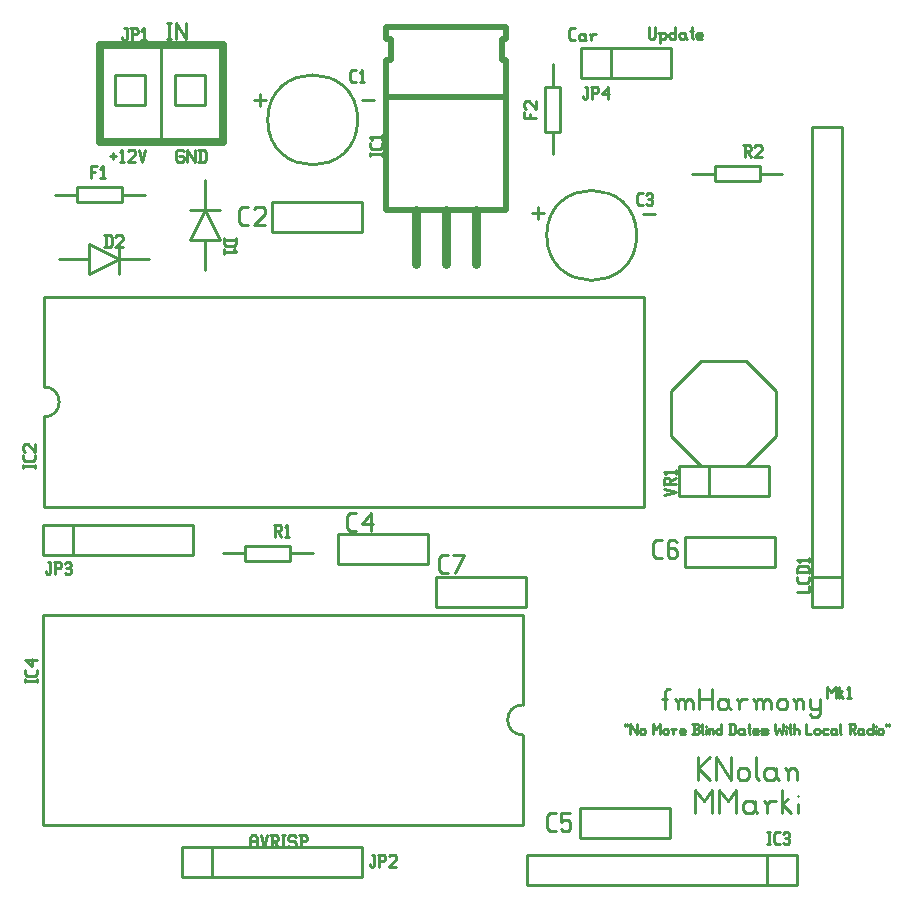
<source format=gbr>
G04 start of page 7 for group -4079 idx -4079 *
G04 Title: (unknown), topsilk *
G04 Creator: pcb 20110918 *
G04 CreationDate: Sun 05 Oct 2014 03:57:46 PM GMT UTC *
G04 For: kyle *
G04 Format: Gerber/RS-274X *
G04 PCB-Dimensions: 300000 300000 *
G04 PCB-Coordinate-Origin: lower left *
%MOIN*%
%FSLAX25Y25*%
%LNTOPSILK*%
%ADD89C,0.0200*%
%ADD88C,0.0300*%
%ADD87C,0.0100*%
%ADD86C,0.0250*%
G54D86*X73500Y290000D02*X32500D01*
G54D87*X53000D02*Y257500D01*
G54D86*X32500D02*X73500D01*
X32500Y290000D02*Y257500D01*
X73500D02*Y290000D01*
G54D87*X36000Y253000D02*X38000D01*
X37000Y254000D02*Y252000D01*
X39200Y254200D02*X40000Y255000D01*
Y251000D01*
X39200D02*X40700D01*
X41900Y254500D02*X42400Y255000D01*
X43900D01*
X44400Y254500D01*
Y253500D01*
X41900Y251000D02*X44400Y253500D01*
X41900Y251000D02*X44400D01*
X45600Y255000D02*X46600Y251000D01*
X47600Y255000D01*
X55000Y297200D02*X56300D01*
X55650D02*Y292000D01*
X55000D02*X56300D01*
X57860Y297200D02*Y292000D01*
Y297200D02*X61110Y292000D01*
Y297200D02*Y292000D01*
X60000Y255000D02*X60500Y254500D01*
X58500Y255000D02*X60000D01*
X58000Y254500D02*X58500Y255000D01*
X58000Y254500D02*Y251500D01*
X58500Y251000D01*
X60000D01*
X60500Y251500D01*
Y252500D02*Y251500D01*
X60000Y253000D02*X60500Y252500D01*
X59000Y253000D02*X60000D01*
X61700Y255000D02*Y251000D01*
Y255000D02*X64200Y251000D01*
Y255000D02*Y251000D01*
X65900Y255000D02*Y251000D01*
X67200Y255000D02*X67900Y254300D01*
Y251700D01*
X67200Y251000D02*X67900Y251700D01*
X65400Y251000D02*X67200D01*
X65400Y255000D02*X67200D01*
X84000Y271500D02*X88000D01*
X86000Y273500D02*Y269500D01*
X82500Y25500D02*Y22500D01*
Y25500D02*X83200Y26500D01*
X84300D01*
X85000Y25500D01*
Y22500D01*
X82500Y24500D02*X85000D01*
X86200Y26500D02*X87200Y22500D01*
X88200Y26500D01*
X89400D02*X91400D01*
X91900Y26000D01*
Y25000D01*
X91400Y24500D02*X91900Y25000D01*
X89900Y24500D02*X91400D01*
X89900Y26500D02*Y22500D01*
X90700Y24500D02*X91900Y22500D01*
X93100Y26500D02*X94100D01*
X93600D02*Y22500D01*
X93100D02*X94100D01*
X97300Y26500D02*X97800Y26000D01*
X95800Y26500D02*X97300D01*
X95300Y26000D02*X95800Y26500D01*
X95300Y26000D02*Y25000D01*
X95800Y24500D01*
X97300D01*
X97800Y24000D01*
Y23000D01*
X97300Y22500D02*X97800Y23000D01*
X95800Y22500D02*X97300D01*
X95300Y23000D02*X95800Y22500D01*
X99500Y26500D02*Y22500D01*
X99000Y26500D02*X101000D01*
X101500Y26000D01*
Y25000D01*
X101000Y24500D02*X101500Y25000D01*
X99500Y24500D02*X101000D01*
X231000Y41600D02*Y34000D01*
Y41600D02*X233850Y37800D01*
X236700Y41600D01*
Y34000D01*
X238980Y41600D02*Y34000D01*
Y41600D02*X241830Y37800D01*
X244680Y41600D01*
Y34000D01*
X249810Y37800D02*X250760Y36850D01*
X247910Y37800D02*X249810D01*
X246960Y36850D02*X247910Y37800D01*
X246960Y36850D02*Y34950D01*
X247910Y34000D01*
X250760Y37800D02*Y34950D01*
X251710Y34000D01*
X247910D02*X249810D01*
X250760Y34950D01*
X254940Y36850D02*Y34000D01*
Y36850D02*X255890Y37800D01*
X257790D01*
X253990D02*X254940Y36850D01*
X260070Y41600D02*Y34000D01*
Y36850D02*X262920Y34000D01*
X260070Y36850D02*X261970Y38750D01*
X265200Y39700D02*Y39510D01*
Y36850D02*Y34000D01*
X120000Y271500D02*X124000D01*
X176500Y234000D02*X180500D01*
X178500Y236000D02*Y232000D01*
X213500Y233500D02*X217500D01*
X215500Y296000D02*Y292500D01*
X216000Y292000D01*
X217000D01*
X217500Y292500D01*
Y296000D02*Y292500D01*
X219200Y293500D02*Y290500D01*
X218700Y294000D02*X219200Y293500D01*
X219700Y294000D01*
X220700D01*
X221200Y293500D01*
Y292500D01*
X220700Y292000D02*X221200Y292500D01*
X219700Y292000D02*X220700D01*
X219200Y292500D02*X219700Y292000D01*
X224400Y296000D02*Y292000D01*
X223900D02*X224400Y292500D01*
X222900Y292000D02*X223900D01*
X222400Y292500D02*X222900Y292000D01*
X222400Y293500D02*Y292500D01*
Y293500D02*X222900Y294000D01*
X223900D01*
X224400Y293500D01*
X227100Y294000D02*X227600Y293500D01*
X226100Y294000D02*X227100D01*
X225600Y293500D02*X226100Y294000D01*
X225600Y293500D02*Y292500D01*
X226100Y292000D01*
X227600Y294000D02*Y292500D01*
X228100Y292000D01*
X226100D02*X227100D01*
X227600Y292500D01*
X229800Y296000D02*Y292500D01*
X230300Y292000D01*
X229300Y294500D02*X230300D01*
X231800Y292000D02*X233300D01*
X231300Y292500D02*X231800Y292000D01*
X231300Y293500D02*Y292500D01*
Y293500D02*X231800Y294000D01*
X232800D01*
X233300Y293500D01*
X231300Y293000D02*X233300D01*
Y293500D02*Y293000D01*
X189700Y291500D02*X191000D01*
X189000Y292200D02*X189700Y291500D01*
X189000Y294800D02*Y292200D01*
Y294800D02*X189700Y295500D01*
X191000D01*
X193700Y293500D02*X194200Y293000D01*
X192700Y293500D02*X193700D01*
X192200Y293000D02*X192700Y293500D01*
X192200Y293000D02*Y292000D01*
X192700Y291500D01*
X194200Y293500D02*Y292000D01*
X194700Y291500D01*
X192700D02*X193700D01*
X194200Y292000D01*
X196400Y293000D02*Y291500D01*
Y293000D02*X196900Y293500D01*
X197900D01*
X195900D02*X196400Y293000D01*
X207500Y63650D02*Y62800D01*
X208350Y63650D02*Y62800D01*
X209370Y63650D02*Y60250D01*
Y63650D02*X211495Y60250D01*
Y63650D02*Y60250D01*
X212515Y61525D02*Y60675D01*
Y61525D02*X212940Y61950D01*
X213790D01*
X214215Y61525D01*
Y60675D01*
X213790Y60250D02*X214215Y60675D01*
X212940Y60250D02*X213790D01*
X212515Y60675D02*X212940Y60250D01*
X216765Y63650D02*Y60250D01*
Y63650D02*X218040Y61950D01*
X219315Y63650D01*
Y60250D01*
X220335Y61525D02*Y60675D01*
Y61525D02*X220760Y61950D01*
X221610D01*
X222035Y61525D01*
Y60675D01*
X221610Y60250D02*X222035Y60675D01*
X220760Y60250D02*X221610D01*
X220335Y60675D02*X220760Y60250D01*
X223480Y61525D02*Y60250D01*
Y61525D02*X223905Y61950D01*
X224755D01*
X223055D02*X223480Y61525D01*
X226200Y60250D02*X227475D01*
X225775Y60675D02*X226200Y60250D01*
X225775Y61525D02*Y60675D01*
Y61525D02*X226200Y61950D01*
X227050D01*
X227475Y61525D01*
X225775Y61100D02*X227475D01*
Y61525D02*Y61100D01*
X230025Y60250D02*X231725D01*
X232150Y60675D01*
Y61695D02*Y60675D01*
X231725Y62120D02*X232150Y61695D01*
X230450Y62120D02*X231725D01*
X230450Y63650D02*Y60250D01*
X230025Y63650D02*X231725D01*
X232150Y63225D01*
Y62545D01*
X231725Y62120D02*X232150Y62545D01*
X233170Y63650D02*Y60675D01*
X233595Y60250D01*
X234445Y62800D02*Y62715D01*
Y61525D02*Y60250D01*
X235720Y61525D02*Y60250D01*
Y61525D02*X236145Y61950D01*
X236570D01*
X236995Y61525D01*
Y60250D01*
X235295Y61950D02*X235720Y61525D01*
X239715Y63650D02*Y60250D01*
X239290D02*X239715Y60675D01*
X238440Y60250D02*X239290D01*
X238015Y60675D02*X238440Y60250D01*
X238015Y61525D02*Y60675D01*
Y61525D02*X238440Y61950D01*
X239290D01*
X239715Y61525D01*
X242690Y63650D02*Y60250D01*
X243795Y63650D02*X244390Y63055D01*
Y60845D01*
X243795Y60250D02*X244390Y60845D01*
X242265Y60250D02*X243795D01*
X242265Y63650D02*X243795D01*
X246685Y61950D02*X247110Y61525D01*
X245835Y61950D02*X246685D01*
X245410Y61525D02*X245835Y61950D01*
X245410Y61525D02*Y60675D01*
X245835Y60250D01*
X247110Y61950D02*Y60675D01*
X247535Y60250D01*
X245835D02*X246685D01*
X247110Y60675D01*
X248980Y63650D02*Y60675D01*
X249405Y60250D01*
X248555Y62375D02*X249405D01*
X250680Y60250D02*X251955D01*
X250255Y60675D02*X250680Y60250D01*
X250255Y61525D02*Y60675D01*
Y61525D02*X250680Y61950D01*
X251530D01*
X251955Y61525D01*
X250255Y61100D02*X251955D01*
Y61525D02*Y61100D01*
X253400Y60250D02*X254675D01*
X255100Y60675D01*
X254675Y61100D02*X255100Y60675D01*
X253400Y61100D02*X254675D01*
X252975Y61525D02*X253400Y61100D01*
X252975Y61525D02*X253400Y61950D01*
X254675D01*
X255100Y61525D01*
X252975Y60675D02*X253400Y60250D01*
X257650Y63650D02*Y61950D01*
X258075Y60250D01*
X258925Y61950D01*
X259775Y60250D01*
X260200Y61950D01*
Y63650D02*Y61950D01*
X261220Y62800D02*Y62715D01*
Y61525D02*Y60250D01*
X262495Y63650D02*Y60675D01*
X262920Y60250D01*
X262070Y62375D02*X262920D01*
X263770Y63650D02*Y60250D01*
Y61525D02*X264195Y61950D01*
X265045D01*
X265470Y61525D01*
Y60250D01*
X268020Y63650D02*Y60250D01*
X269720D01*
X270740Y61525D02*Y60675D01*
Y61525D02*X271165Y61950D01*
X272015D01*
X272440Y61525D01*
Y60675D01*
X272015Y60250D02*X272440Y60675D01*
X271165Y60250D02*X272015D01*
X270740Y60675D02*X271165Y60250D01*
X273885Y61950D02*X275160D01*
X273460Y61525D02*X273885Y61950D01*
X273460Y61525D02*Y60675D01*
X273885Y60250D01*
X275160D01*
X277455Y61950D02*X277880Y61525D01*
X276605Y61950D02*X277455D01*
X276180Y61525D02*X276605Y61950D01*
X276180Y61525D02*Y60675D01*
X276605Y60250D01*
X277880Y61950D02*Y60675D01*
X278305Y60250D01*
X276605D02*X277455D01*
X277880Y60675D01*
X279325Y63650D02*Y60675D01*
X279750Y60250D01*
X282130Y63650D02*X283830D01*
X284255Y63225D01*
Y62375D01*
X283830Y61950D02*X284255Y62375D01*
X282555Y61950D02*X283830D01*
X282555Y63650D02*Y60250D01*
X283235Y61950D02*X284255Y60250D01*
X286550Y61950D02*X286975Y61525D01*
X285700Y61950D02*X286550D01*
X285275Y61525D02*X285700Y61950D01*
X285275Y61525D02*Y60675D01*
X285700Y60250D01*
X286975Y61950D02*Y60675D01*
X287400Y60250D01*
X285700D02*X286550D01*
X286975Y60675D01*
X290120Y63650D02*Y60250D01*
X289695D02*X290120Y60675D01*
X288845Y60250D02*X289695D01*
X288420Y60675D02*X288845Y60250D01*
X288420Y61525D02*Y60675D01*
Y61525D02*X288845Y61950D01*
X289695D01*
X290120Y61525D01*
X291140Y62800D02*Y62715D01*
Y61525D02*Y60250D01*
X291990Y61525D02*Y60675D01*
Y61525D02*X292415Y61950D01*
X293265D01*
X293690Y61525D01*
Y60675D01*
X293265Y60250D02*X293690Y60675D01*
X292415Y60250D02*X293265D01*
X291990Y60675D02*X292415Y60250D01*
X294710Y63650D02*Y62800D01*
X295560Y63650D02*Y62800D01*
X220850Y74450D02*Y68500D01*
Y74450D02*X221700Y75300D01*
X222550D01*
X220000Y71900D02*X221700D01*
X225100Y71050D02*Y68500D01*
Y71050D02*X225950Y71900D01*
X226800D01*
X227650Y71050D01*
Y68500D01*
Y71050D02*X228500Y71900D01*
X229350D01*
X230200Y71050D01*
Y68500D01*
X224250Y71900D02*X225100Y71050D01*
X232240Y75300D02*Y68500D01*
X236490Y75300D02*Y68500D01*
X232240Y71900D02*X236490D01*
X241080D02*X241930Y71050D01*
X239380Y71900D02*X241080D01*
X238530Y71050D02*X239380Y71900D01*
X238530Y71050D02*Y69350D01*
X239380Y68500D01*
X241930Y71900D02*Y69350D01*
X242780Y68500D01*
X239380D02*X241080D01*
X241930Y69350D01*
X245670Y71050D02*Y68500D01*
Y71050D02*X246520Y71900D01*
X248220D01*
X244820D02*X245670Y71050D01*
X251110D02*Y68500D01*
Y71050D02*X251960Y71900D01*
X252810D01*
X253660Y71050D01*
Y68500D01*
Y71050D02*X254510Y71900D01*
X255360D01*
X256210Y71050D01*
Y68500D01*
X250260Y71900D02*X251110Y71050D01*
X258250D02*Y69350D01*
Y71050D02*X259100Y71900D01*
X260800D01*
X261650Y71050D01*
Y69350D01*
X260800Y68500D02*X261650Y69350D01*
X259100Y68500D02*X260800D01*
X258250Y69350D02*X259100Y68500D01*
X264540Y71050D02*Y68500D01*
Y71050D02*X265390Y71900D01*
X266240D01*
X267090Y71050D01*
Y68500D01*
X263690Y71900D02*X264540Y71050D01*
X269130Y71900D02*Y69350D01*
X269980Y68500D01*
X272530Y71900D02*Y66800D01*
X271680Y65950D02*X272530Y66800D01*
X269980Y65950D02*X271680D01*
X269130Y66800D02*X269980Y65950D01*
Y68500D02*X271680D01*
X272530Y69350D01*
X232000Y52600D02*Y45000D01*
Y48800D02*X235800Y52600D01*
X232000Y48800D02*X235800Y45000D01*
X238080Y52600D02*Y45000D01*
Y52600D02*X242830Y45000D01*
Y52600D02*Y45000D01*
X245110Y47850D02*Y45950D01*
Y47850D02*X246060Y48800D01*
X247960D01*
X248910Y47850D01*
Y45950D01*
X247960Y45000D02*X248910Y45950D01*
X246060Y45000D02*X247960D01*
X245110Y45950D02*X246060Y45000D01*
X251190Y52600D02*Y45950D01*
X252140Y45000D01*
X256890Y48800D02*X257840Y47850D01*
X254990Y48800D02*X256890D01*
X254040Y47850D02*X254990Y48800D01*
X254040Y47850D02*Y45950D01*
X254990Y45000D01*
X257840Y48800D02*Y45950D01*
X258790Y45000D01*
X254990D02*X256890D01*
X257840Y45950D01*
X262020Y47850D02*Y45000D01*
Y47850D02*X262970Y48800D01*
X263920D01*
X264870Y47850D01*
Y45000D01*
X261070Y48800D02*X262020Y47850D01*
X275000Y76050D02*Y72250D01*
Y76050D02*X276425Y74150D01*
X277850Y76050D01*
Y72250D01*
X278990Y76050D02*Y72250D01*
Y73675D02*X280415Y72250D01*
X278990Y73675D02*X279940Y74625D01*
X281555Y75290D02*X282315Y76050D01*
Y72250D01*
X281555D02*X282980D01*
X14000Y136000D02*X214000D01*
Y206000D02*Y136000D01*
X14000Y206000D02*X214000D01*
X14000Y166000D02*Y136000D01*
Y206000D02*Y176000D01*
Y166000D02*G75*G03X14000Y176000I0J5000D01*G01*
G54D88*X138000Y217000D02*Y235000D01*
X148000Y217000D02*Y235000D01*
X158000Y217000D02*Y235000D01*
G54D89*X128000D02*X168000D01*
Y272500D01*
X128000D01*
Y235000D01*
Y272500D02*X168000D01*
Y285000D01*
X166500D01*
Y292000D01*
X168000D01*
Y296000D01*
X128000D01*
Y292000D01*
X129500D01*
Y285000D01*
X128000D01*
Y272500D01*
G54D87*X17500Y240000D02*X25000D01*
X40000D02*X47500D01*
X25000Y242500D02*X40000D01*
Y237500D01*
X25000D02*X40000D01*
X25000Y242500D02*Y237500D01*
X88500Y265000D02*G75*G03X88500Y265000I15000J0D01*G01*
X39000Y218500D02*X49000D01*
X19000D02*X29000D01*
X39000D02*X29000Y213500D01*
Y223500D02*Y213500D01*
Y223500D02*X39000Y218500D01*
Y223500D02*Y213500D01*
X67500Y245000D02*Y235000D01*
Y225000D02*Y215000D01*
Y235000D02*X72500Y225000D01*
X62500D02*X72500D01*
X62500D02*X67500Y235000D01*
X62500D02*X72500D01*
X37500Y280000D02*Y270000D01*
X47500D01*
Y280000D01*
X37500D01*
Y270000D02*X47500D01*
Y280000D01*
X57500D02*Y270000D01*
X67500D01*
Y280000D01*
X57500D01*
Y270000D02*X67500D01*
Y280000D01*
X120000Y227500D02*Y237500D01*
X90000D01*
Y227500D01*
X120000D01*
X230000Y247000D02*X237500D01*
X252500D02*X260000D01*
X237500Y249500D02*X252500D01*
Y244500D01*
X237500D02*X252500D01*
X237500Y249500D02*Y244500D01*
X258000Y159500D02*X248000Y149500D01*
X258000Y174500D02*Y159500D01*
X248000Y184500D02*X258000Y174500D01*
X233000Y184500D02*X248000D01*
X223000Y174500D02*X233000Y184500D01*
X223000Y174500D02*Y159500D01*
X233000Y149500D02*X223000Y159500D01*
X225500Y149500D02*X235500D01*
Y139500D01*
X225500Y149500D02*Y139500D01*
Y149500D02*X255500D01*
Y139500D01*
X225500D02*X255500D01*
X183500Y261000D02*Y253500D01*
Y283500D02*Y276000D01*
X181000D02*Y261000D01*
Y276000D02*X186000D01*
Y261000D01*
X181000D02*X186000D01*
X181500Y226500D02*G75*G03X181500Y226500I15000J0D01*G01*
X257500Y116000D02*Y126000D01*
X227500D01*
Y116000D01*
X257500D01*
X73500Y120500D02*X81000D01*
X96000D02*X103500D01*
X81000Y123000D02*X96000D01*
Y118000D01*
X81000D02*X96000D01*
X81000Y123000D02*Y118000D01*
X13500Y100000D02*X173500D01*
X13500D02*Y30000D01*
X173500D01*
Y100000D02*Y70000D01*
Y60000D02*Y30000D01*
Y70000D02*G75*G03X173500Y60000I0J-5000D01*G01*
X13500Y120000D02*X63500D01*
Y130000D02*Y120000D01*
X13500Y130000D02*X63500D01*
X13500D02*Y120000D01*
X23500Y130000D02*Y120000D01*
X13500Y130000D02*X23500D01*
X174500Y102500D02*Y112500D01*
X144500D01*
Y102500D01*
X174500D01*
X142000Y117000D02*Y127000D01*
X112000D01*
Y117000D01*
X142000D01*
X280000Y262500D02*Y102500D01*
X270000Y262500D02*X280000D01*
X270000D02*Y102500D01*
X280000D01*
X270000Y112500D02*X280000D01*
X270000D02*Y102500D01*
X175000Y20000D02*X265000D01*
X175000D02*Y10000D01*
X265000D01*
Y20000D02*Y10000D01*
X255000Y20000D02*Y10000D01*
X265000D01*
X60000Y12500D02*X120000D01*
Y22500D02*Y12500D01*
X60000Y22500D02*X120000D01*
X60000D02*Y12500D01*
X70000Y22500D02*Y12500D01*
X60000Y22500D02*X70000D01*
X222500Y25500D02*Y35500D01*
X192500D01*
Y25500D01*
X222500D01*
X193000Y279000D02*X223000D01*
Y289000D02*Y279000D01*
X193000Y289000D02*X223000D01*
X193000D02*Y279000D01*
X203000Y289000D02*Y279000D01*
X193000Y289000D02*X203000D01*
X7000Y150000D02*Y149000D01*
Y149500D02*X11000D01*
Y150000D02*Y149000D01*
Y153200D02*Y151900D01*
X10300Y151200D02*X11000Y151900D01*
X7700Y151200D02*X10300D01*
X7700D02*X7000Y151900D01*
Y153200D02*Y151900D01*
X7500Y154400D02*X7000Y154900D01*
Y156400D02*Y154900D01*
Y156400D02*X7500Y156900D01*
X8500D01*
X11000Y154400D02*X8500Y156900D01*
X11000D02*Y154400D01*
X29500Y249500D02*Y245500D01*
Y249500D02*X31500D01*
X29500Y247700D02*X31000D01*
X32700Y248700D02*X33500Y249500D01*
Y245500D01*
X32700D02*X34200D01*
X7500Y78500D02*Y77500D01*
Y78000D02*X11500D01*
Y78500D02*Y77500D01*
Y81700D02*Y80400D01*
X10800Y79700D02*X11500Y80400D01*
X8200Y79700D02*X10800D01*
X8200D02*X7500Y80400D01*
Y81700D02*Y80400D01*
X10000Y82900D02*X7500Y84900D01*
X10000Y85400D02*Y82900D01*
X7500Y84900D02*X11500D01*
X15200Y117500D02*X16000D01*
Y114000D01*
X15500Y113500D02*X16000Y114000D01*
X15000Y113500D02*X15500D01*
X14500Y114000D02*X15000Y113500D01*
X14500Y114500D02*Y114000D01*
X17700Y117500D02*Y113500D01*
X17200Y117500D02*X19200D01*
X19700Y117000D01*
Y116000D01*
X19200Y115500D02*X19700Y116000D01*
X17700Y115500D02*X19200D01*
X20900Y117000D02*X21400Y117500D01*
X22400D01*
X22900Y117000D01*
X22400Y113500D02*X22900Y114000D01*
X21400Y113500D02*X22400D01*
X20900Y114000D02*X21400Y113500D01*
Y115700D02*X22400D01*
X22900Y117000D02*Y116200D01*
Y115200D02*Y114000D01*
Y115200D02*X22400Y115700D01*
X22900Y116200D02*X22400Y115700D01*
X34500Y226500D02*Y222500D01*
X35800Y226500D02*X36500Y225800D01*
Y223200D01*
X35800Y222500D02*X36500Y223200D01*
X34000Y222500D02*X35800D01*
X34000Y226500D02*X35800D01*
X37700Y226000D02*X38200Y226500D01*
X39700D01*
X40200Y226000D01*
Y225000D01*
X37700Y222500D02*X40200Y225000D01*
X37700Y222500D02*X40200D01*
X80050Y229900D02*X82000D01*
X79000Y230950D02*X80050Y229900D01*
X79000Y234850D02*Y230950D01*
Y234850D02*X80050Y235900D01*
X82000D01*
X83800Y235150D02*X84550Y235900D01*
X86800D01*
X87550Y235150D01*
Y233650D01*
X83800Y229900D02*X87550Y233650D01*
X83800Y229900D02*X87550D01*
X90500Y130000D02*X92500D01*
X93000Y129500D01*
Y128500D01*
X92500Y128000D02*X93000Y128500D01*
X91000Y128000D02*X92500D01*
X91000Y130000D02*Y126000D01*
X91800Y128000D02*X93000Y126000D01*
X94200Y129200D02*X95000Y130000D01*
Y126000D01*
X94200D02*X95700D01*
X123200Y20000D02*X124000D01*
Y16500D01*
X123500Y16000D02*X124000Y16500D01*
X123000Y16000D02*X123500D01*
X122500Y16500D02*X123000Y16000D01*
X122500Y17000D02*Y16500D01*
X125700Y20000D02*Y16000D01*
X125200Y20000D02*X127200D01*
X127700Y19500D01*
Y18500D01*
X127200Y18000D02*X127700Y18500D01*
X125700Y18000D02*X127200D01*
X128900Y19500D02*X129400Y20000D01*
X130900D01*
X131400Y19500D01*
Y18500D01*
X128900Y16000D02*X131400Y18500D01*
X128900Y16000D02*X131400D01*
X116050Y127900D02*X118000D01*
X115000Y128950D02*X116050Y127900D01*
X115000Y132850D02*Y128950D01*
Y132850D02*X116050Y133900D01*
X118000D01*
X119800Y130150D02*X122800Y133900D01*
X119800Y130150D02*X123550D01*
X122800Y133900D02*Y127900D01*
X265000Y107500D02*X269000D01*
Y109500D02*Y107500D01*
Y112700D02*Y111400D01*
X268300Y110700D02*X269000Y111400D01*
X265700Y110700D02*X268300D01*
X265700D02*X265000Y111400D01*
Y112700D02*Y111400D01*
Y114400D02*X269000D01*
X265000Y115700D02*X265700Y116400D01*
X268300D01*
X269000Y115700D02*X268300Y116400D01*
X269000Y115700D02*Y113900D01*
X265000Y115700D02*Y113900D01*
X265800Y117600D02*X265000Y118400D01*
X269000D01*
Y119100D02*Y117600D01*
X255000Y27500D02*X256000D01*
X255500D02*Y23500D01*
X255000D02*X256000D01*
X257900D02*X259200D01*
X257200Y24200D02*X257900Y23500D01*
X257200Y26800D02*Y24200D01*
Y26800D02*X257900Y27500D01*
X259200D01*
X260400Y27000D02*X260900Y27500D01*
X261900D01*
X262400Y27000D01*
X261900Y23500D02*X262400Y24000D01*
X260900Y23500D02*X261900D01*
X260400Y24000D02*X260900Y23500D01*
Y25700D02*X261900D01*
X262400Y27000D02*Y26200D01*
Y25200D02*Y24000D01*
Y25200D02*X261900Y25700D01*
X262400Y26200D02*X261900Y25700D01*
X182550Y27900D02*X184500D01*
X181500Y28950D02*X182550Y27900D01*
X181500Y32850D02*Y28950D01*
Y32850D02*X182550Y33900D01*
X184500D01*
X186300D02*X189300D01*
X186300D02*Y30900D01*
X187050Y31650D01*
X188550D01*
X189300Y30900D01*
Y28650D01*
X188550Y27900D02*X189300Y28650D01*
X187050Y27900D02*X188550D01*
X186300Y28650D02*X187050Y27900D01*
X146550Y113900D02*X148500D01*
X145500Y114950D02*X146550Y113900D01*
X145500Y118850D02*Y114950D01*
Y118850D02*X146550Y119900D01*
X148500D01*
X151050Y113900D02*X154050Y119900D01*
X150300D02*X154050D01*
X247000Y256500D02*X249000D01*
X249500Y256000D01*
Y255000D01*
X249000Y254500D02*X249500Y255000D01*
X247500Y254500D02*X249000D01*
X247500Y256500D02*Y252500D01*
X248300Y254500D02*X249500Y252500D01*
X250700Y256000D02*X251200Y256500D01*
X252700D01*
X253200Y256000D01*
Y255000D01*
X250700Y252500D02*X253200Y255000D01*
X250700Y252500D02*X253200D01*
X174000Y265500D02*X178000D01*
X174000Y267500D02*Y265500D01*
X175800Y267000D02*Y265500D01*
X174500Y268700D02*X174000Y269200D01*
Y270700D02*Y269200D01*
Y270700D02*X174500Y271200D01*
X175500D01*
X178000Y268700D02*X175500Y271200D01*
X178000D02*Y268700D01*
X212200Y236500D02*X213500D01*
X211500Y237200D02*X212200Y236500D01*
X211500Y239800D02*Y237200D01*
Y239800D02*X212200Y240500D01*
X213500D01*
X214700Y240000D02*X215200Y240500D01*
X216200D01*
X216700Y240000D01*
X216200Y236500D02*X216700Y237000D01*
X215200Y236500D02*X216200D01*
X214700Y237000D02*X215200Y236500D01*
Y238700D02*X216200D01*
X216700Y240000D02*Y239200D01*
Y238200D02*Y237000D01*
Y238200D02*X216200Y238700D01*
X216700Y239200D02*X216200Y238700D01*
X116700Y277500D02*X118000D01*
X116000Y278200D02*X116700Y277500D01*
X116000Y280800D02*Y278200D01*
Y280800D02*X116700Y281500D01*
X118000D01*
X119200Y280700D02*X120000Y281500D01*
Y277500D01*
X119200D02*X120700D01*
X122500Y254000D02*Y253000D01*
Y253500D02*X126500D01*
Y254000D02*Y253000D01*
Y257200D02*Y255900D01*
X125800Y255200D02*X126500Y255900D01*
X123200Y255200D02*X125800D01*
X123200D02*X122500Y255900D01*
Y257200D02*Y255900D01*
X123300Y258400D02*X122500Y259200D01*
X126500D01*
Y259900D02*Y258400D01*
X194200Y276000D02*X195000D01*
Y272500D01*
X194500Y272000D02*X195000Y272500D01*
X194000Y272000D02*X194500D01*
X193500Y272500D02*X194000Y272000D01*
X193500Y273000D02*Y272500D01*
X196700Y276000D02*Y272000D01*
X196200Y276000D02*X198200D01*
X198700Y275500D01*
Y274500D01*
X198200Y274000D02*X198700Y274500D01*
X196700Y274000D02*X198200D01*
X199900Y273500D02*X201900Y276000D01*
X199900Y273500D02*X202400D01*
X201900Y276000D02*Y272000D01*
X74000Y225000D02*X78000D01*
Y223700D02*X77300Y223000D01*
X74700D02*X77300D01*
X74000Y223700D02*X74700Y223000D01*
X74000Y225500D02*Y223700D01*
X78000Y225500D02*Y223700D01*
X77200Y221800D02*X78000Y221000D01*
X74000D02*X78000D01*
X74000Y221800D02*Y220300D01*
X220500Y140000D02*X224500Y141000D01*
X220500Y142000D01*
Y145200D02*Y143200D01*
Y145200D02*X221000Y145700D01*
X222000D01*
X222500Y145200D02*X222000Y145700D01*
X222500Y145200D02*Y143700D01*
X220500D02*X224500D01*
X222500Y144500D02*X224500Y145700D01*
X221300Y146900D02*X220500Y147700D01*
X224500D01*
Y148400D02*Y146900D01*
X218050Y118900D02*X220000D01*
X217000Y119950D02*X218050Y118900D01*
X217000Y123850D02*Y119950D01*
Y123850D02*X218050Y124900D01*
X220000D01*
X224050D02*X224800Y124150D01*
X222550Y124900D02*X224050D01*
X221800Y124150D02*X222550Y124900D01*
X221800Y124150D02*Y119650D01*
X222550Y118900D01*
X224050Y122200D02*X224800Y121450D01*
X221800Y122200D02*X224050D01*
X222550Y118900D02*X224050D01*
X224800Y119650D01*
Y121450D02*Y119650D01*
X40700Y295500D02*X41500D01*
Y292000D01*
X41000Y291500D02*X41500Y292000D01*
X40500Y291500D02*X41000D01*
X40000Y292000D02*X40500Y291500D01*
X40000Y292500D02*Y292000D01*
X43200Y295500D02*Y291500D01*
X42700Y295500D02*X44700D01*
X45200Y295000D01*
Y294000D01*
X44700Y293500D02*X45200Y294000D01*
X43200Y293500D02*X44700D01*
X46400Y294700D02*X47200Y295500D01*
Y291500D01*
X46400D02*X47900D01*
M02*

</source>
